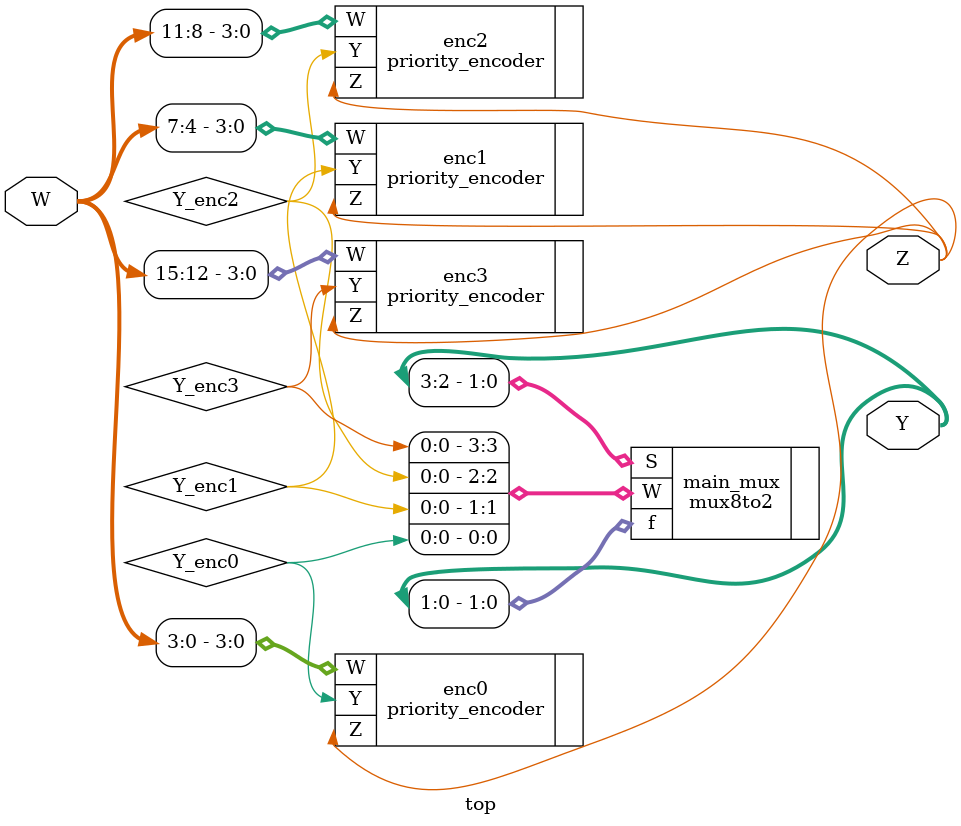
<source format=sv>
module top (
  input [15:0] W,
  output [3:0] Y,
  output Z); 
  
  //Instancie aqui os componentes disponiveis para formar um codificador de 16x4

  // Instanciação dos quatro codificadores de 4 bits
  // W[3:0] - baixa prioridade (enc0)
  priority_encoder enc0 (
    .W(W[3:0]), 
    .Y(Y_enc0), 
    .Z(Z)
  );

  // W[7:4] - enc1
  priority_encoder enc1 (
    .W(W[7:4]), 
    .Y(Y_enc1), 
    .Z(Z)
  );

  // W[11:8] - enc2
  priority_encoder enc2 (
    .W(W[11:8]), 
    .Y(Y_enc2), 
    .Z(Z)
  );

  // W[15:12] - alta prioridade (enc3)
  priority_encoder enc3 (
    .W(W[15:12]), 
    .Y(Y_enc3), 
    .Z(Z)
    );

  mux8to2 main_mux (
        .W({Y_enc3, Y_enc2, Y_enc1, Y_enc0}), // Concatena as 4 saídas de 2 bits
        .S(Y[3:2]),                            // Seleciona com base na prioridade do grupo
        .f(Y[1:0])                            // A saída do mux é a parte LSB de Y
  );

endmodule
</source>
